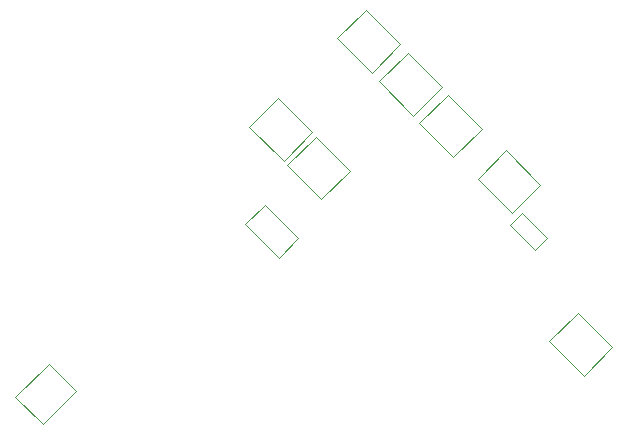
<source format=gbr>
%TF.GenerationSoftware,KiCad,Pcbnew,8.0.0-rc1*%
%TF.CreationDate,2025-03-14T10:19:50+03:00*%
%TF.ProjectId,SMX66_V1.0,534d5836-365f-4563-912e-302e6b696361,rev?*%
%TF.SameCoordinates,Original*%
%TF.FileFunction,Other,User*%
%FSLAX46Y46*%
G04 Gerber Fmt 4.6, Leading zero omitted, Abs format (unit mm)*
G04 Created by KiCad (PCBNEW 8.0.0-rc1) date 2025-03-14 10:19:50*
%MOMM*%
%LPD*%
G01*
G04 APERTURE LIST*
%ADD10C,0.050000*%
G04 APERTURE END LIST*
D10*
%TO.C,U6*%
X145191237Y-68230188D02*
X148090374Y-71129325D01*
X147595400Y-65826025D02*
X145191237Y-68230188D01*
X148090374Y-71129325D02*
X150494537Y-68725162D01*
X150494537Y-68725162D02*
X147595400Y-65826025D01*
%TO.C,U3801*%
X157063818Y-80106273D02*
X159962955Y-83005410D01*
X159467981Y-77702110D02*
X157063818Y-80106273D01*
X159962955Y-83005410D02*
X162367118Y-80601247D01*
X162367118Y-80601247D02*
X159467981Y-77702110D01*
%TO.C,Y2200*%
X137398099Y-83946424D02*
X139024444Y-82320079D01*
X140226526Y-86774851D02*
X137398099Y-83946424D01*
X140226526Y-86774851D02*
X141852871Y-85148506D01*
X141852871Y-85148506D02*
X139024444Y-82320079D01*
%TO.C,D1*%
X159802779Y-84019203D02*
X160835155Y-82986827D01*
X160835155Y-82986827D02*
X162928191Y-85079863D01*
X161895815Y-86112239D02*
X159802779Y-84019203D01*
X162928191Y-85079863D02*
X161895815Y-86112239D01*
%TO.C,U5*%
X148718843Y-71854103D02*
X151617980Y-74753240D01*
X151123006Y-69449940D02*
X148718843Y-71854103D01*
X151617980Y-74753240D02*
X154022143Y-72349077D01*
X154022143Y-72349077D02*
X151123006Y-69449940D01*
%TO.C,U3*%
X163127060Y-93876269D02*
X166026197Y-96775406D01*
X165531223Y-91472106D02*
X163127060Y-93876269D01*
X166026197Y-96775406D02*
X168430360Y-94371243D01*
X168430360Y-94371243D02*
X165531223Y-91472106D01*
%TO.C,U4*%
X137736418Y-75686063D02*
X140635555Y-78585200D01*
X140140581Y-73281900D02*
X137736418Y-75686063D01*
X140635555Y-78585200D02*
X143039718Y-76181037D01*
X143039718Y-76181037D02*
X140140581Y-73281900D01*
%TO.C,U7*%
X140926418Y-78936063D02*
X143825555Y-81835200D01*
X143330581Y-76531900D02*
X140926418Y-78936063D01*
X143825555Y-81835200D02*
X146229718Y-79431037D01*
X146229718Y-79431037D02*
X143330581Y-76531900D01*
%TO.C,U2210*%
X152103420Y-75395875D02*
X155002557Y-78295012D01*
X154507583Y-72991712D02*
X152103420Y-75395875D01*
X155002557Y-78295012D02*
X157406720Y-75890849D01*
X157406720Y-75890849D02*
X154507583Y-72991712D01*
%TO.C,Y1200*%
X123048778Y-98069060D02*
X120220351Y-100897487D01*
X117908111Y-98585248D01*
X120736539Y-95756821D01*
X123048778Y-98069060D01*
%TD*%
M02*

</source>
